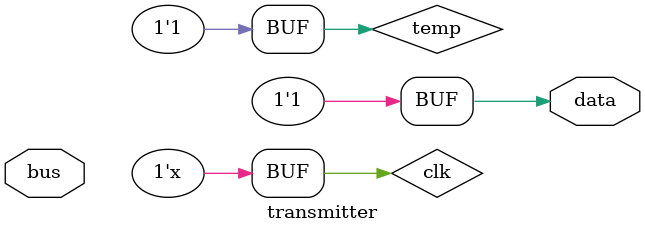
<source format=v>
`timescale 1ps/1ps
module transmitter (input [7:0] bus , output data);

reg clk;
integer i;
assign data=temp;
reg temp;
initial begin
    clk<=0;
    
end

always #1 clk=~clk;

always @(clk) begin

    if (bus=== 8'bxxxxxxxx) temp<=1;

    else begin
        temp<=0;
        
        #1

        for (i=0 ; i<8 ; i++)  begin
            temp<=bus[i];
            #1;
        end  

        temp= bus[0]^bus[1]^bus[2]^bus[3]^bus[4]^bus[5]^bus[6]^bus[7];

        #1

        temp<=1;

        #1;
    end
end

endmodule
</source>
